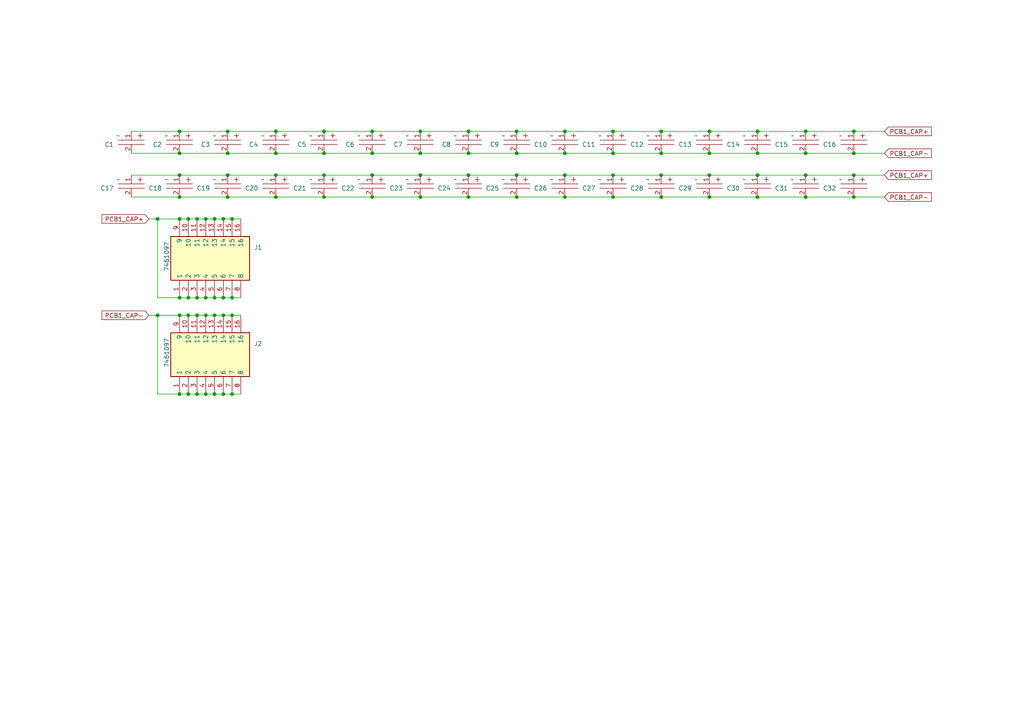
<source format=kicad_sch>
(kicad_sch (version 20230121) (generator eeschema)
  (paper "A4")
  (lib_symbols
    (symbol "ALF70C102EH400:ALF70C102EH400"
      (property "Reference" "C" (at -3.81 -1.27 0))
      (symbol "ALF70C102EH400_0_1"
        (polyline (pts (xy -3.81 -3.81) (xy 3.81 -3.81)))
        (polyline (pts (xy -3.81 -2.54) (xy 3.81 -2.54)))
        (polyline (pts (xy 1.905 -1.27) (xy 3.175 -1.27)))
        (polyline (pts (xy 2.54 -0.635) (xy 2.54 -1.905)))
      )
      (symbol "ALF70C102EH400_1_1"
        (pin input line (at 0 0 270) (length 2.54) (name "") (number "1"))
        (pin input line (at 0 -6.35 90) (length 2.54) (name "") (number "2"))
        (pin input line (at 13.97 -1.27 180) (length 2.54) hide (name "support") (number "3"))
        (pin input line (at 13.97 -5.08 180) (length 2.54) hide (name "support") (number "4"))
      )
    )
    (symbol "KineticAntenna:7461097"
      (property "Reference" "J" (at 10.795 6.35 0))
      (property "Value" "7461097" (at 7.62 4.445 0))
      (symbol "7461097_1_1"
        (rectangle (start 5.08 2.54) (end 17.78 -20.32) (stroke (width 0.254)) (fill (type background)))
        (pin passive line (at 0 0 0) (length 5.08) (name "1") (number "1"))
        (pin passive line (at 22.86 -2.54 180) (length 5.08) (name "10") (number "10"))
        (pin passive line (at 22.86 -5.08 180) (length 5.08) (name "11") (number "11"))
        (pin passive line (at 22.86 -7.62 180) (length 5.08) (name "12") (number "12"))
        (pin passive line (at 22.86 -10.16 180) (length 5.08) (name "13") (number "13"))
        (pin passive line (at 22.86 -12.7 180) (length 5.08) (name "14") (number "14"))
        (pin passive line (at 22.86 -15.24 180) (length 5.08) (name "15") (number "15"))
        (pin passive line (at 22.86 -17.78 180) (length 5.08) (name "16") (number "16"))
        (pin passive line (at 0 -2.54 0) (length 5.08) (name "2") (number "2"))
        (pin passive line (at 0 -5.08 0) (length 5.08) (name "3") (number "3"))
        (pin passive line (at 0 -7.62 0) (length 5.08) (name "4") (number "4"))
        (pin passive line (at 0 -10.16 0) (length 5.08) (name "5") (number "5"))
        (pin passive line (at 0 -12.7 0) (length 5.08) (name "6") (number "6"))
        (pin passive line (at 0 -15.24 0) (length 5.08) (name "7") (number "7"))
        (pin passive line (at 0 -17.78 0) (length 5.08) (name "8") (number "8"))
        (pin passive line (at 22.86 0 180) (length 5.08) (name "9") (number "9"))
      )
    )
  )
  (junction (at 177.8 38.1))
  (junction (at 219.71 57.15))
  (junction (at 57.15 86.36))
  (junction (at 62.23 63.5))
  (junction (at 80.01 50.8))
  (junction (at 52.07 86.36))
  (junction (at 177.8 44.45))
  (junction (at 45.72 91.44))
  (junction (at 219.71 44.45))
  (junction (at 135.89 44.45))
  (junction (at 107.95 38.1))
  (junction (at 121.92 50.8))
  (junction (at 191.77 44.45))
  (junction (at 163.83 50.8))
  (junction (at 219.71 38.1))
  (junction (at 80.01 38.1))
  (junction (at 52.07 57.15))
  (junction (at 66.04 57.15))
  (junction (at 177.8 50.8))
  (junction (at 121.92 57.15))
  (junction (at 121.92 44.45))
  (junction (at 149.86 38.1))
  (junction (at 67.31 86.36))
  (junction (at 149.86 57.15))
  (junction (at 107.95 50.8))
  (junction (at 247.65 57.15))
  (junction (at 52.07 63.5))
  (junction (at 59.69 91.44))
  (junction (at 247.65 38.1))
  (junction (at 80.01 44.45))
  (junction (at 59.69 86.36))
  (junction (at 219.71 50.8))
  (junction (at 64.77 91.44))
  (junction (at 45.72 63.5))
  (junction (at 205.74 44.45))
  (junction (at 149.86 44.45))
  (junction (at 62.23 86.36))
  (junction (at 52.07 44.45))
  (junction (at 54.61 114.3))
  (junction (at 121.92 38.1))
  (junction (at 135.89 38.1))
  (junction (at 67.31 63.5))
  (junction (at 191.77 57.15))
  (junction (at 107.95 44.45))
  (junction (at 233.68 50.8))
  (junction (at 54.61 86.36))
  (junction (at 59.69 63.5))
  (junction (at 59.69 114.3))
  (junction (at 52.07 114.3))
  (junction (at 205.74 50.8))
  (junction (at 93.98 38.1))
  (junction (at 52.07 38.1))
  (junction (at 62.23 114.3))
  (junction (at 233.68 38.1))
  (junction (at 177.8 57.15))
  (junction (at 54.61 91.44))
  (junction (at 247.65 50.8))
  (junction (at 163.83 57.15))
  (junction (at 54.61 63.5))
  (junction (at 62.23 91.44))
  (junction (at 107.95 57.15))
  (junction (at 205.74 57.15))
  (junction (at 149.86 50.8))
  (junction (at 163.83 44.45))
  (junction (at 205.74 38.1))
  (junction (at 191.77 50.8))
  (junction (at 67.31 114.3))
  (junction (at 247.65 44.45))
  (junction (at 64.77 63.5))
  (junction (at 93.98 50.8))
  (junction (at 57.15 91.44))
  (junction (at 64.77 86.36))
  (junction (at 66.04 38.1))
  (junction (at 67.31 91.44))
  (junction (at 52.07 50.8))
  (junction (at 93.98 44.45))
  (junction (at 64.77 114.3))
  (junction (at 66.04 44.45))
  (junction (at 57.15 114.3))
  (junction (at 163.83 38.1))
  (junction (at 52.07 91.44))
  (junction (at 135.89 57.15))
  (junction (at 191.77 38.1))
  (junction (at 233.68 44.45))
  (junction (at 233.68 57.15))
  (junction (at 57.15 63.5))
  (junction (at 135.89 50.8))
  (junction (at 66.04 50.8))
  (junction (at 80.01 57.15))
  (junction (at 93.98 57.15))
  (wire (pts (xy 52.07 50.8) (xy 66.04 50.8)))
  (wire (pts (xy 45.72 63.5) (xy 45.72 86.36)))
  (wire (pts (xy 121.92 44.45) (xy 135.89 44.45)))
  (wire (pts (xy 67.31 114.3) (xy 64.77 114.3)))
  (wire (pts (xy 93.98 44.45) (xy 107.95 44.45)))
  (wire (pts (xy 233.68 57.15) (xy 247.65 57.15)))
  (wire (pts (xy 54.61 63.5) (xy 52.07 63.5)))
  (wire (pts (xy 52.07 44.45) (xy 66.04 44.45)))
  (wire (pts (xy 57.15 114.3) (xy 54.61 114.3)))
  (wire (pts (xy 205.74 57.15) (xy 219.71 57.15)))
  (wire (pts (xy 62.23 114.3) (xy 59.69 114.3)))
  (wire (pts (xy 219.71 38.1) (xy 233.68 38.1)))
  (wire (pts (xy 205.74 44.45) (xy 219.71 44.45)))
  (wire (pts (xy 233.68 44.45) (xy 247.65 44.45)))
  (wire (pts (xy 163.83 57.15) (xy 177.8 57.15)))
  (wire (pts (xy 59.69 63.5) (xy 57.15 63.5)))
  (wire (pts (xy 149.86 57.15) (xy 163.83 57.15)))
  (wire (pts (xy 52.07 91.44) (xy 54.61 91.44)))
  (wire (pts (xy 38.1 44.45) (xy 52.07 44.45)))
  (wire (pts (xy 163.83 50.8) (xy 177.8 50.8)))
  (wire (pts (xy 59.69 86.36) (xy 62.23 86.36)))
  (wire (pts (xy 219.71 57.15) (xy 233.68 57.15)))
  (wire (pts (xy 191.77 57.15) (xy 205.74 57.15)))
  (wire (pts (xy 177.8 38.1) (xy 191.77 38.1)))
  (wire (pts (xy 45.72 86.36) (xy 52.07 86.36)))
  (wire (pts (xy 80.01 57.15) (xy 93.98 57.15)))
  (wire (pts (xy 43.18 91.44) (xy 45.72 91.44)))
  (wire (pts (xy 62.23 63.5) (xy 59.69 63.5)))
  (wire (pts (xy 247.65 38.1) (xy 256.54 38.1)))
  (wire (pts (xy 52.07 86.36) (xy 54.61 86.36)))
  (wire (pts (xy 38.1 50.8) (xy 52.07 50.8)))
  (wire (pts (xy 135.89 38.1) (xy 149.86 38.1)))
  (wire (pts (xy 38.1 38.1) (xy 52.07 38.1)))
  (wire (pts (xy 52.07 57.15) (xy 66.04 57.15)))
  (wire (pts (xy 93.98 38.1) (xy 107.95 38.1)))
  (wire (pts (xy 177.8 44.45) (xy 191.77 44.45)))
  (wire (pts (xy 38.1 57.15) (xy 52.07 57.15)))
  (wire (pts (xy 67.31 63.5) (xy 64.77 63.5)))
  (wire (pts (xy 59.69 91.44) (xy 62.23 91.44)))
  (wire (pts (xy 64.77 91.44) (xy 67.31 91.44)))
  (wire (pts (xy 107.95 44.45) (xy 121.92 44.45)))
  (wire (pts (xy 121.92 50.8) (xy 135.89 50.8)))
  (wire (pts (xy 205.74 50.8) (xy 219.71 50.8)))
  (wire (pts (xy 54.61 114.3) (xy 52.07 114.3)))
  (wire (pts (xy 57.15 63.5) (xy 54.61 63.5)))
  (wire (pts (xy 93.98 57.15) (xy 107.95 57.15)))
  (wire (pts (xy 45.72 91.44) (xy 52.07 91.44)))
  (wire (pts (xy 191.77 44.45) (xy 205.74 44.45)))
  (wire (pts (xy 67.31 91.44) (xy 69.85 91.44)))
  (wire (pts (xy 177.8 50.8) (xy 191.77 50.8)))
  (wire (pts (xy 67.31 86.36) (xy 69.85 86.36)))
  (wire (pts (xy 52.07 63.5) (xy 45.72 63.5)))
  (wire (pts (xy 69.85 63.5) (xy 67.31 63.5)))
  (wire (pts (xy 54.61 91.44) (xy 57.15 91.44)))
  (wire (pts (xy 247.65 50.8) (xy 256.54 50.8)))
  (wire (pts (xy 80.01 50.8) (xy 93.98 50.8)))
  (wire (pts (xy 191.77 38.1) (xy 205.74 38.1)))
  (wire (pts (xy 69.85 114.3) (xy 67.31 114.3)))
  (wire (pts (xy 57.15 91.44) (xy 59.69 91.44)))
  (wire (pts (xy 66.04 38.1) (xy 80.01 38.1)))
  (wire (pts (xy 57.15 86.36) (xy 59.69 86.36)))
  (wire (pts (xy 80.01 44.45) (xy 93.98 44.45)))
  (wire (pts (xy 247.65 57.15) (xy 256.54 57.15)))
  (wire (pts (xy 135.89 44.45) (xy 149.86 44.45)))
  (wire (pts (xy 66.04 57.15) (xy 80.01 57.15)))
  (wire (pts (xy 52.07 38.1) (xy 66.04 38.1)))
  (wire (pts (xy 80.01 38.1) (xy 93.98 38.1)))
  (wire (pts (xy 121.92 38.1) (xy 135.89 38.1)))
  (wire (pts (xy 66.04 44.45) (xy 80.01 44.45)))
  (wire (pts (xy 54.61 86.36) (xy 57.15 86.36)))
  (wire (pts (xy 62.23 86.36) (xy 64.77 86.36)))
  (wire (pts (xy 64.77 114.3) (xy 62.23 114.3)))
  (wire (pts (xy 219.71 50.8) (xy 233.68 50.8)))
  (wire (pts (xy 149.86 50.8) (xy 163.83 50.8)))
  (wire (pts (xy 52.07 114.3) (xy 45.72 114.3)))
  (wire (pts (xy 163.83 44.45) (xy 177.8 44.45)))
  (wire (pts (xy 107.95 50.8) (xy 121.92 50.8)))
  (wire (pts (xy 219.71 44.45) (xy 233.68 44.45)))
  (wire (pts (xy 43.18 63.5) (xy 45.72 63.5)))
  (wire (pts (xy 149.86 38.1) (xy 163.83 38.1)))
  (wire (pts (xy 135.89 57.15) (xy 149.86 57.15)))
  (wire (pts (xy 107.95 57.15) (xy 121.92 57.15)))
  (wire (pts (xy 66.04 50.8) (xy 80.01 50.8)))
  (wire (pts (xy 93.98 50.8) (xy 107.95 50.8)))
  (wire (pts (xy 177.8 57.15) (xy 191.77 57.15)))
  (wire (pts (xy 149.86 44.45) (xy 163.83 44.45)))
  (wire (pts (xy 205.74 38.1) (xy 219.71 38.1)))
  (wire (pts (xy 62.23 91.44) (xy 64.77 91.44)))
  (wire (pts (xy 233.68 38.1) (xy 247.65 38.1)))
  (wire (pts (xy 64.77 63.5) (xy 62.23 63.5)))
  (wire (pts (xy 59.69 114.3) (xy 57.15 114.3)))
  (wire (pts (xy 64.77 86.36) (xy 67.31 86.36)))
  (wire (pts (xy 191.77 50.8) (xy 205.74 50.8)))
  (wire (pts (xy 107.95 38.1) (xy 121.92 38.1)))
  (wire (pts (xy 163.83 38.1) (xy 177.8 38.1)))
  (wire (pts (xy 247.65 44.45) (xy 256.54 44.45)))
  (wire (pts (xy 121.92 57.15) (xy 135.89 57.15)))
  (wire (pts (xy 135.89 50.8) (xy 149.86 50.8)))
  (wire (pts (xy 45.72 114.3) (xy 45.72 91.44)))
  (wire (pts (xy 233.68 50.8) (xy 247.65 50.8)))
  (global_label "PCB1_CAP-" (shape input) (at 43.18 91.44 180) (property "Intersheetrefs" "${INTERSHEET_REFS}" (effects hide)))
  (global_label "PCB1_CAP-" (shape input) (at 256.54 44.45 0) (property "Intersheetrefs" "${INTERSHEET_REFS}" (effects hide)))
  (global_label "PCB1_CAP+" (shape input) (at 43.18 63.5 180) (property "Intersheetrefs" "${INTERSHEET_REFS}" (effects hide)))
  (global_label "PCB1_CAP+" (shape input) (at 256.54 50.8 0) (property "Intersheetrefs" "${INTERSHEET_REFS}" (effects hide)))
  (global_label "PCB1_CAP+" (shape input) (at 256.54 38.1 0) (property "Intersheetrefs" "${INTERSHEET_REFS}" (effects hide)))
  (global_label "PCB1_CAP-" (shape input) (at 256.54 57.15 0) (property "Intersheetrefs" "${INTERSHEET_REFS}" (effects hide)))
  (symbol (lib_id "ALF70C102EH400:ALF70C102EH400") (at 107.95 50.8 0) (unit 1)
    (property "Reference" "C22" (at 102.87 54.61 0) (effects (justify right)))
    (property "Value" "~" (at 104.14 52.07 0))
    (property "Footprint" "ALF70C103EH400:PCAP_ALF70_C_EH_KEM" (effects hide))
  )
  (symbol (lib_id "ALF70C102EH400:ALF70C102EH400") (at 107.95 38.1 0) (unit 1)
    (property "Reference" "C6" (at 102.87 41.91 0) (effects (justify right)))
    (property "Value" "~" (at 104.14 39.37 0))
    (property "Footprint" "ALF70C103EH400:PCAP_ALF70_C_EH_KEM" (effects hide))
  )
  (symbol (lib_id "ALF70C102EH400:ALF70C102EH400") (at 38.1 50.8 0) (unit 1)
    (property "Reference" "C17" (at 33.02 54.61 0) (effects (justify right)))
    (property "Value" "~" (at 34.29 52.07 0))
    (property "Footprint" "ALF70C103EH400:PCAP_ALF70_C_EH_KEM" (effects hide))
  )
  (symbol (lib_id "ALF70C102EH400:ALF70C102EH400") (at 205.74 50.8 0) (unit 1)
    (property "Reference" "C29" (at 200.66 54.61 0) (effects (justify right)))
    (property "Value" "~" (at 201.93 52.07 0))
    (property "Footprint" "ALF70C103EH400:PCAP_ALF70_C_EH_KEM" (effects hide))
  )
  (symbol (lib_id "ALF70C102EH400:ALF70C102EH400") (at 247.65 38.1 0) (unit 1)
    (property "Reference" "C16" (at 242.57 41.91 0) (effects (justify right)))
    (property "Value" "~" (at 243.84 39.37 0))
    (property "Footprint" "ALF70C103EH400:PCAP_ALF70_C_EH_KEM" (effects hide))
  )
  (symbol (lib_id "ALF70C102EH400:ALF70C102EH400") (at 66.04 50.8 0) (unit 1)
    (property "Reference" "C19" (at 60.96 54.61 0) (effects (justify right)))
    (property "Value" "~" (at 62.23 52.07 0))
    (property "Footprint" "ALF70C103EH400:PCAP_ALF70_C_EH_KEM" (effects hide))
  )
  (symbol (lib_id "ALF70C102EH400:ALF70C102EH400") (at 219.71 50.8 0) (unit 1)
    (property "Reference" "C30" (at 214.63 54.61 0) (effects (justify right)))
    (property "Value" "~" (at 215.9 52.07 0))
    (property "Footprint" "ALF70C103EH400:PCAP_ALF70_C_EH_KEM" (effects hide))
  )
  (symbol (lib_id "KineticAntenna:7461097") (at 52.07 114.3 90) (unit 1)
    (property "Reference" "J2" (at 73.66 99.695 90) (effects (justify right)))
    (property "Value" "7461097" (at 47.625 106.68 0) (effects (justify left top)))
    (property "Footprint" "7461097" (effects hide))
    (property "Datasheet" "https://componentsearchengine.com/Datasheets/1/7461097.pdf" (effects hide))
    (property "Height" "10.5" (effects hide))
    (property "Mouser Part Number" "710-7461097" (effects hide))
    (property "Mouser Price/Stock" "https://www.mouser.co.uk/ProductDetail/Wurth-Elektronik/7461097?qs=lykWx4dhCCFiGYmaGz0l0w%3D%3D" (effects hide))
    (property "Manufacturer_Name" "Wurth Elektronik" (effects hide))
    (property "Manufacturer_Part_Number" "7461097" (effects hide))
  )
  (symbol (lib_id "ALF70C102EH400:ALF70C102EH400") (at 233.68 50.8 0) (unit 1)
    (property "Reference" "C31" (at 228.6 54.61 0) (effects (justify right)))
    (property "Value" "~" (at 229.87 52.07 0))
    (property "Footprint" "ALF70C103EH400:PCAP_ALF70_C_EH_KEM" (effects hide))
  )
  (symbol (lib_id "ALF70C102EH400:ALF70C102EH400") (at 233.68 38.1 0) (unit 1)
    (property "Reference" "C15" (at 228.6 41.91 0) (effects (justify right)))
    (property "Value" "~" (at 229.87 39.37 0))
    (property "Footprint" "ALF70C103EH400:PCAP_ALF70_C_EH_KEM" (effects hide))
  )
  (symbol (lib_id "ALF70C102EH400:ALF70C102EH400") (at 38.1 38.1 0) (unit 1)
    (property "Reference" "C1" (at 33.02 41.91 0) (effects (justify right)))
    (property "Value" "~" (at 34.29 39.37 0))
    (property "Footprint" "ALF70C103EH400:PCAP_ALF70_C_EH_KEM" (effects hide))
  )
  (symbol (lib_id "ALF70C102EH400:ALF70C102EH400") (at 163.83 50.8 0) (unit 1)
    (property "Reference" "C26" (at 158.75 54.61 0) (effects (justify right)))
    (property "Value" "~" (at 160.02 52.07 0))
    (property "Footprint" "ALF70C103EH400:PCAP_ALF70_C_EH_KEM" (effects hide))
  )
  (symbol (lib_id "ALF70C102EH400:ALF70C102EH400") (at 121.92 50.8 0) (unit 1)
    (property "Reference" "C23" (at 116.84 54.61 0) (effects (justify right)))
    (property "Value" "~" (at 118.11 52.07 0))
    (property "Footprint" "ALF70C103EH400:PCAP_ALF70_C_EH_KEM" (effects hide))
  )
  (symbol (lib_id "ALF70C102EH400:ALF70C102EH400") (at 219.71 38.1 0) (unit 1)
    (property "Reference" "C14" (at 214.63 41.91 0) (effects (justify right)))
    (property "Value" "~" (at 215.9 39.37 0))
    (property "Footprint" "ALF70C103EH400:PCAP_ALF70_C_EH_KEM" (effects hide))
  )
  (symbol (lib_id "ALF70C102EH400:ALF70C102EH400") (at 93.98 50.8 0) (unit 1)
    (property "Reference" "C21" (at 88.9 54.61 0) (effects (justify right)))
    (property "Value" "~" (at 90.17 52.07 0))
    (property "Footprint" "ALF70C103EH400:PCAP_ALF70_C_EH_KEM" (effects hide))
  )
  (symbol (lib_id "ALF70C102EH400:ALF70C102EH400") (at 149.86 38.1 0) (unit 1)
    (property "Reference" "C9" (at 144.78 41.91 0) (effects (justify right)))
    (property "Value" "~" (at 146.05 39.37 0))
    (property "Footprint" "ALF70C103EH400:PCAP_ALF70_C_EH_KEM" (effects hide))
  )
  (symbol (lib_id "ALF70C102EH400:ALF70C102EH400") (at 149.86 50.8 0) (unit 1)
    (property "Reference" "C25" (at 144.78 54.61 0) (effects (justify right)))
    (property "Value" "~" (at 146.05 52.07 0))
    (property "Footprint" "ALF70C103EH400:PCAP_ALF70_C_EH_KEM" (effects hide))
  )
  (symbol (lib_id "ALF70C102EH400:ALF70C102EH400") (at 163.83 38.1 0) (unit 1)
    (property "Reference" "C10" (at 158.75 41.91 0) (effects (justify right)))
    (property "Value" "~" (at 160.02 39.37 0))
    (property "Footprint" "ALF70C103EH400:PCAP_ALF70_C_EH_KEM" (effects hide))
  )
  (symbol (lib_id "ALF70C102EH400:ALF70C102EH400") (at 52.07 38.1 0) (unit 1)
    (property "Reference" "C2" (at 46.99 41.91 0) (effects (justify right)))
    (property "Value" "~" (at 48.26 39.37 0))
    (property "Footprint" "ALF70C103EH400:PCAP_ALF70_C_EH_KEM" (effects hide))
  )
  (symbol (lib_id "ALF70C102EH400:ALF70C102EH400") (at 80.01 38.1 0) (unit 1)
    (property "Reference" "C4" (at 74.93 41.91 0) (effects (justify right)))
    (property "Value" "~" (at 76.2 39.37 0))
    (property "Footprint" "ALF70C103EH400:PCAP_ALF70_C_EH_KEM" (effects hide))
  )
  (symbol (lib_id "ALF70C102EH400:ALF70C102EH400") (at 52.07 50.8 0) (unit 1)
    (property "Reference" "C18" (at 46.99 54.61 0) (effects (justify right)))
    (property "Value" "~" (at 48.26 52.07 0))
    (property "Footprint" "ALF70C103EH400:PCAP_ALF70_C_EH_KEM" (effects hide))
  )
  (symbol (lib_id "ALF70C102EH400:ALF70C102EH400") (at 205.74 38.1 0) (unit 1)
    (property "Reference" "C13" (at 200.66 41.91 0) (effects (justify right)))
    (property "Value" "~" (at 201.93 39.37 0))
    (property "Footprint" "ALF70C103EH400:PCAP_ALF70_C_EH_KEM" (effects hide))
  )
  (symbol (lib_id "ALF70C102EH400:ALF70C102EH400") (at 135.89 38.1 0) (unit 1)
    (property "Reference" "C8" (at 130.81 41.91 0) (effects (justify right)))
    (property "Value" "~" (at 132.08 39.37 0))
    (property "Footprint" "ALF70C103EH400:PCAP_ALF70_C_EH_KEM" (effects hide))
  )
  (symbol (lib_id "ALF70C102EH400:ALF70C102EH400") (at 66.04 38.1 0) (unit 1)
    (property "Reference" "C3" (at 60.96 41.91 0) (effects (justify right)))
    (property "Value" "~" (at 62.23 39.37 0))
    (property "Footprint" "ALF70C103EH400:PCAP_ALF70_C_EH_KEM" (effects hide))
  )
  (symbol (lib_id "ALF70C102EH400:ALF70C102EH400") (at 191.77 38.1 0) (unit 1)
    (property "Reference" "C12" (at 186.69 41.91 0) (effects (justify right)))
    (property "Value" "~" (at 187.96 39.37 0))
    (property "Footprint" "ALF70C103EH400:PCAP_ALF70_C_EH_KEM" (effects hide))
  )
  (symbol (lib_id "ALF70C102EH400:ALF70C102EH400") (at 135.89 50.8 0) (unit 1)
    (property "Reference" "C24" (at 130.81 54.61 0) (effects (justify right)))
    (property "Value" "~" (at 132.08 52.07 0))
    (property "Footprint" "ALF70C103EH400:PCAP_ALF70_C_EH_KEM" (effects hide))
  )
  (symbol (lib_id "KineticAntenna:7461097") (at 52.07 86.36 90) (unit 1)
    (property "Reference" "J1" (at 73.66 71.755 90) (effects (justify right)))
    (property "Value" "7461097" (at 47.625 78.74 0) (effects (justify left top)))
    (property "Footprint" "7461097" (effects hide))
    (property "Datasheet" "https://componentsearchengine.com/Datasheets/1/7461097.pdf" (effects hide))
    (property "Height" "10.5" (effects hide))
    (property "Mouser Part Number" "710-7461097" (effects hide))
    (property "Mouser Price/Stock" "https://www.mouser.co.uk/ProductDetail/Wurth-Elektronik/7461097?qs=lykWx4dhCCFiGYmaGz0l0w%3D%3D" (effects hide))
    (property "Manufacturer_Name" "Wurth Elektronik" (effects hide))
    (property "Manufacturer_Part_Number" "7461097" (effects hide))
  )
  (symbol (lib_id "ALF70C102EH400:ALF70C102EH400") (at 177.8 38.1 0) (unit 1)
    (property "Reference" "C11" (at 172.72 41.91 0) (effects (justify right)))
    (property "Value" "~" (at 173.99 39.37 0))
    (property "Footprint" "ALF70C103EH400:PCAP_ALF70_C_EH_KEM" (effects hide))
  )
  (symbol (lib_id "ALF70C102EH400:ALF70C102EH400") (at 177.8 50.8 0) (unit 1)
    (property "Reference" "C27" (at 172.72 54.61 0) (effects (justify right)))
    (property "Value" "~" (at 173.99 52.07 0))
    (property "Footprint" "ALF70C103EH400:PCAP_ALF70_C_EH_KEM" (effects hide))
  )
  (symbol (lib_id "ALF70C102EH400:ALF70C102EH400") (at 93.98 38.1 0) (unit 1)
    (property "Reference" "C5" (at 88.9 41.91 0) (effects (justify right)))
    (property "Value" "~" (at 90.17 39.37 0))
    (property "Footprint" "ALF70C103EH400:PCAP_ALF70_C_EH_KEM" (effects hide))
  )
  (symbol (lib_id "ALF70C102EH400:ALF70C102EH400") (at 247.65 50.8 0) (unit 1)
    (property "Reference" "C32" (at 242.57 54.61 0) (effects (justify right)))
    (property "Value" "~" (at 243.84 52.07 0))
    (property "Footprint" "ALF70C103EH400:PCAP_ALF70_C_EH_KEM" (effects hide))
  )
  (symbol (lib_id "ALF70C102EH400:ALF70C102EH400") (at 80.01 50.8 0) (unit 1)
    (property "Reference" "C20" (at 74.93 54.61 0) (effects (justify right)))
    (property "Value" "~" (at 76.2 52.07 0))
    (property "Footprint" "ALF70C103EH400:PCAP_ALF70_C_EH_KEM" (effects hide))
  )
  (symbol (lib_id "ALF70C102EH400:ALF70C102EH400") (at 191.77 50.8 0) (unit 1)
    (property "Reference" "C28" (at 186.69 54.61 0) (effects (justify right)))
    (property "Value" "~" (at 187.96 52.07 0))
    (property "Footprint" "ALF70C103EH400:PCAP_ALF70_C_EH_KEM" (effects hide))
  )
  (symbol (lib_id "ALF70C102EH400:ALF70C102EH400") (at 121.92 38.1 0) (unit 1)
    (property "Reference" "C7" (at 116.84 41.91 0) (effects (justify right)))
    (property "Value" "~" (at 118.11 39.37 0))
    (property "Footprint" "ALF70C103EH400:PCAP_ALF70_C_EH_KEM" (effects hide))
  )
)
</source>
